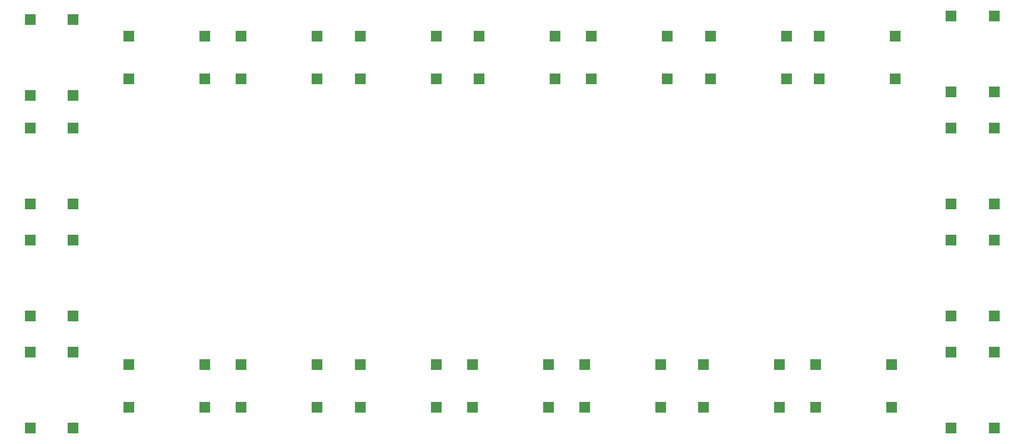
<source format=gtp>
G04 (created by PCBNEW (2013-08-24 BZR 4298)-stable) date Sat 01 Feb 2014 01:44:32 PM PST*
%MOIN*%
G04 Gerber Fmt 3.4, Leading zero omitted, Abs format*
%FSLAX34Y34*%
G01*
G70*
G90*
G04 APERTURE LIST*
%ADD10C,0.005906*%
%ADD11R,0.062960X0.062960*%
G04 APERTURE END LIST*
G54D10*
G54D11*
X24999Y-40783D03*
X27401Y-40783D03*
X24999Y-45045D03*
X27401Y-45045D03*
X24999Y-28381D03*
X27401Y-28381D03*
X24999Y-32643D03*
X27401Y-32643D03*
X34807Y-29330D03*
X34807Y-31732D03*
X30545Y-29330D03*
X30545Y-31732D03*
X24999Y-34484D03*
X27401Y-34484D03*
X24999Y-38746D03*
X27401Y-38746D03*
X24999Y-47082D03*
X27401Y-47082D03*
X24999Y-51344D03*
X27401Y-51344D03*
X62830Y-50196D03*
X62830Y-47794D03*
X67092Y-50196D03*
X67092Y-47794D03*
X79133Y-51342D03*
X76731Y-51342D03*
X79133Y-47080D03*
X76731Y-47080D03*
X79133Y-45043D03*
X76731Y-45043D03*
X79133Y-40781D03*
X76731Y-40781D03*
X41106Y-29330D03*
X41106Y-31732D03*
X36844Y-29330D03*
X36844Y-31732D03*
X79133Y-38744D03*
X76731Y-38744D03*
X79133Y-34482D03*
X76731Y-34482D03*
X79133Y-32444D03*
X76731Y-32444D03*
X79133Y-28182D03*
X76731Y-28182D03*
X30547Y-50196D03*
X30547Y-47794D03*
X34809Y-50196D03*
X34809Y-47794D03*
X36846Y-50196D03*
X36846Y-47794D03*
X41108Y-50196D03*
X41108Y-47794D03*
X69129Y-50196D03*
X69129Y-47794D03*
X73391Y-50196D03*
X73391Y-47794D03*
X60791Y-29330D03*
X60791Y-31732D03*
X56529Y-29330D03*
X56529Y-31732D03*
X56137Y-50196D03*
X56137Y-47794D03*
X60399Y-50196D03*
X60399Y-47794D03*
X49838Y-50196D03*
X49838Y-47794D03*
X54100Y-50196D03*
X54100Y-47794D03*
X54492Y-29330D03*
X54492Y-31732D03*
X50230Y-29330D03*
X50230Y-31732D03*
X43539Y-50196D03*
X43539Y-47794D03*
X47801Y-50196D03*
X47801Y-47794D03*
X47799Y-29330D03*
X47799Y-31732D03*
X43537Y-29330D03*
X43537Y-31732D03*
X73586Y-29330D03*
X73586Y-31732D03*
X69324Y-29330D03*
X69324Y-31732D03*
X67484Y-29330D03*
X67484Y-31732D03*
X63222Y-29330D03*
X63222Y-31732D03*
M02*

</source>
